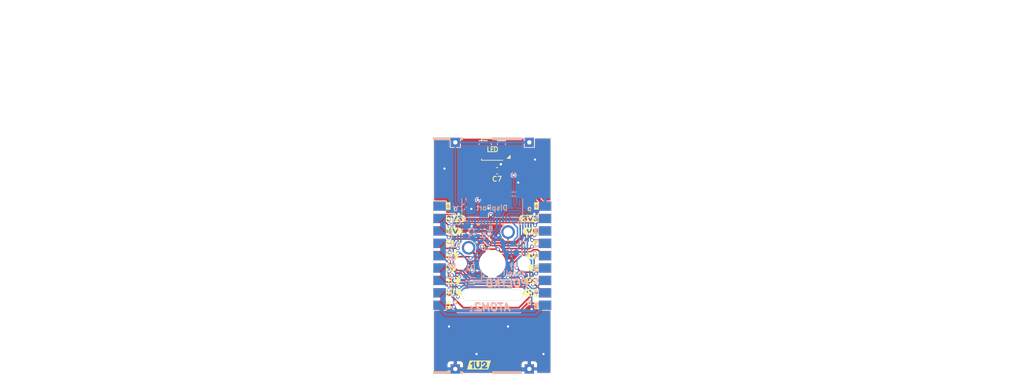
<source format=kicad_pcb>
(kicad_pcb (version 20211014) (generator pcbnew)
  (title_block (title "PolyKB Atom") (date "2022-02-01") (rev "2.1") (company "thpoll"))
  (layers (0 "F.Cu" signal) (31 "B.Cu" signal) (34 "B.Paste" user) (35 "F.Paste" user) (36 "B.SilkS" user "B.Silkscreen") (37 "F.SilkS" user "F.Silkscreen") (38 "B.Mask" user) (39 "F.Mask" user) (44 "Edge.Cuts" user))
  (net 0 "")
  (net 1 "/Keyboard/sheet605ED2EB/GND")
  (net 2 "/Keyboard/sheet605ED2EB/3V3")
  (net 3 "/Keyboard/sheet605ED2EB/4V2")
  (net 4 "Net-(C4-Pad1)")
  (net 5 "Net-(C5-Pad2)")
  (net 6 "Net-(C5-Pad1)")
  (net 7 "Net-(C6-Pad2)")
  (net 8 "Net-(C6-Pad1)")
  (net 9 "/Keyboard/sheet605ED2EB/CS")
  (net 10 "/Keyboard/sheet605ED2EB/RESET")
  (net 11 "/Keyboard/sheet605ED2EB/D-C")
  (net 12 "/Keyboard/sheet605ED2EB/SCLK")
  (net 13 "/Keyboard/sheet605ED2EB/SDIN")
  (net 14 "/Keyboard/sheet605ED2EB/LED_DIN")
  (net 15 "/Keyboard/sheet605ED2EB/5V")
  (net 16 "Net-(D1-Pad2)")
  (net 17 "/Keyboard/sheet605ED2EB/KeyRow")
  (net 18 "/Keyboard/sheet605ED2EB/KeyCol")
  (net 19 "CS8")
  (net 20 "CS7")
  (net 21 "CS6")
  (net 22 "CS5")
  (net 23 "CS4")
  (net 24 "CS3")
  (net 25 "CS2")
  (net 26 "CS1")
  (net 27 "Net-(C1-Pad1)")
  (footprint "poly_kb:AtomConnect2" (layer "F.Cu") (at 93.218 63.6778 -90)
    (fp_text reference "J3" hide)
    (fp_text value "WestFront")
  )
  (footprint "poly_kb:AtomConnect2" (layer "F.Cu") (at 110.236 63.6778 -90)
    (fp_text reference "J4" hide)
    (fp_text value "EastFront")
  )
  (footprint "poly_kb:WS2812B-Mini" (layer "F.Cu") (at 101.727 46.5328)
    (fp_text reference "LED1" hide)
    (fp_text value "WS2812B-Mini")
  )
  (footprint "poly_kb:SW_Cherry_MX_1.00u_PCB_NoSilk" (layer "F.Cu") (at 104.267 59.8678)
    (fp_text reference "SW1" hide)
    (fp_text value "SW_Push")
  )
  (footprint "poly_kb:TestPoin_1.5x1.5mm_Drill0.7mm" (layer "F.Cu") (at 107.696 45.3898)
    (fp_text reference "J2" hide)
    (fp_text value "North")
  )
  (footprint "poly_kb:TestPoin_1.5x1.5mm_Drill0.7mm" (layer "F.Cu") (at 95.758 45.3898)
    (fp_text reference "J8" hide)
    (fp_text value "North2")
  )
  (footprint "poly_kb:TestPoin_1.5x1.5mm_Drill0.7mm" (layer "F.Cu") (at 107.696 81.9658)
    (fp_text reference "J9" hide)
    (fp_text value "South2")
  )
  (footprint "poly_kb:TestPoin_1.5x1.5mm_Drill0.7mm" (layer "F.Cu") (at 95.758 81.9658)
    (fp_text reference "J7" hide)
    (fp_text value "South")
  )
  (footprint "kibuzzard-61EFD908" (layer "F.Cu") (at 94.615 71.7042)
    (fp_text reference "kibuzzard-61EFD908" hide)
    (fp_text value "G***" hide)
  )
  (footprint "Capacitor_SMD:C_0603_1608Metric" (layer "F.Cu") (at 102.489 49.9618)
    (fp_text reference "C7")
    (fp_text value "100nF")
  )
  (footprint "kibuzzard-61EFBE87" (layer "F.Cu") (at 96.0374 59.7154)
    (fp_text reference "kibuzzard-61EFBE87" hide)
    (fp_text value "G***" hide)
  )
  (footprint "kibuzzard-61EFDAC6" (layer "F.Cu") (at 108.7882 61.6966)
    (fp_text reference "kibuzzard-61EFDAC6" hide)
    (fp_text value "G***" hide)
  )
  (footprint "kibuzzard-61EFBE2C" (layer "F.Cu") (at 95.4278 67.691)
    (fp_text reference "kibuzzard-61EFBE2C" hide)
    (fp_text value "G***" hide)
  )
  (footprint "kibuzzard-61EFD947" (layer "F.Cu") (at 108.839 55.6514)
    (fp_text reference "kibuzzard-61EFD947" hide)
    (fp_text value "G***" hide)
  )
  (footprint "kibuzzard-61EFA8F1" (layer "F.Cu") (at 107.9246 69.6722)
    (fp_text reference "kibuzzard-61EFA8F1" hide)
    (fp_text value "G***" hide)
  )
  (footprint "kibuzzard-61EFDAA0" (layer "F.Cu") (at 94.9706 61.6966)
    (fp_text reference "kibuzzard-61EFDAA0" hide)
    (fp_text value "G***" hide)
  )
  (footprint "kibuzzard-61EFD7F9" (layer "F.Cu") (at 108.3818 65.659)
    (fp_text reference "kibuzzard-61EFD7F9" hide)
    (fp_text value "G***" hide)
  )
  (footprint "kibuzzard-61EFD863" (layer "F.Cu") (at 107.6198 57.6834)
    (fp_text reference "kibuzzard-61EFD863" hide)
    (fp_text value "G***" hide)
  )
  (footprint "kibuzzard-61EFD879" (layer "F.Cu") (at 95.844 57.6906)
    (fp_text reference "kibuzzard-61EFD879" hide)
    (fp_text value "G***" hide)
  )
  (footprint "kibuzzard-61EFD908" (layer "F.Cu") (at 108.839 71.7042)
    (fp_text reference "kibuzzard-61EFD908" hide)
    (fp_text value "G***" hide)
  )
  (footprint "kibuzzard-61EFACF9" (layer "F.Cu") (at 107.4166 59.7154)
    (fp_text reference "kibuzzard-61EFACF9" hide)
    (fp_text value "G***" hide)
  )
  (footprint "kibuzzard-61EFDAEE" (layer "F.Cu") (at 95.254239 63.677507)
    (fp_text reference "kibuzzard-61EFDAEE" hide)
    (fp_text value "G***" hide)
  )
  (footprint "kibuzzard-61EFBE21" (layer "F.Cu") (at 95.0722 65.659)
    (fp_text reference "kibuzzard-61EFBE21" hide)
    (fp_text value "G***" hide)
  )
  (footprint "kibuzzard-61EFABBF" (layer "F.Cu") (at 108.0262 67.691)
    (fp_text reference "kibuzzard-61EFABBF" hide)
    (fp_text value "G***" hide)
  )
  (footprint "kibuzzard-61EFD947" (layer "F.Cu") (at 94.615 55.6514)
    (fp_text reference "kibuzzard-61EFD947" hide)
    (fp_text value "G***" hide)
  )
  (footprint "kibuzzard-61EFBE3D" (layer "F.Cu") (at 95.5294 69.6722)
    (fp_text reference "kibuzzard-61EFBE3D" hide)
    (fp_text value "G***" hide)
  )
  (footprint "kibuzzard-61EFAA6D" (layer "F.Cu") (at 108.2294 63.6778)
    (fp_text reference "kibuzzard-61EFAA6D" hide)
    (fp_text value "G***" hide)
  )
  (footprint "kibuzzard-620B769A" (layer "F.Cu") (at 99.568 81.3308)
    (fp_text reference "kibuzzard-620B769A" hide)
    (fp_text value "G***" hide)
  )
  (footprint "Capacitor_SMD:C_0603_1608Metric" (layer "B.Cu") (at 104.802 63.2528 180)
    (fp_text reference "C1")
    (fp_text value "2.2uF")
  )
  (footprint "Capacitor_SMD:C_0603_1608Metric" (layer "B.Cu") (at 97.409 59.8046 90)
    (fp_text reference "C2")
    (fp_text value "2.2uF")
  )
  (footprint "Capacitor_SMD:C_0402_1005Metric" (layer "B.Cu") (at 95.123 56.9468 90)
    (fp_text reference "C3" hide)
    (fp_text value "1uF")
  )
  (footprint "Capacitor_SMD:C_0603_1608Metric" (layer "B.Cu") (at 104.302 61.7528 180)
    (fp_text reference "C4")
    (fp_text value "4.7uF")
  )
  (footprint "Capacitor_SMD:C_0402_1005Metric" (layer "B.Cu") (at 99.4918 60.0176 90)
    (fp_text reference "C5")
    (fp_text value "1uF")
  )
  (footprint "Capacitor_SMD:C_0402_1005Metric" (layer "B.Cu") (at 100.457 61.3918)
    (fp_text reference "C6")
    (fp_text value "1uF")
  )
  (footprint "poly_kb:D_SOD-323Ext" (layer "B.Cu") (at 98.425 66.9528 180)
    (fp_text reference "D1")
    (fp_text value "D_Small")
  )
  (footprint "poly_kb:FPC_16_JUSHUO_AFC05_S16FIA_00" (layer "B.Cu") (at 101.727 57.9628)
    (fp_text reference "J1" hide)
    (fp_text value "Conn_01x16")
  )
  (footprint "poly_kb:AtomConnect2" (layer "B.Cu") (at 110.236 63.6778 -90)
    (fp_text reference "J6" hide)
    (fp_text value "EastBack")
  )
  (footprint "poly_kb:AtomConnectCS" (layer "B.Cu") (at 93.218 63.6778 -90)
    (fp_text reference "J5" hide)
    (fp_text value "WestBack")
  )
  (footprint "Resistor_SMD:R_0402_1005Metric" (layer "B.Cu") (at 95.602 60.3906 -90)
    (fp_text reference "R1")
    (fp_text value "1M")
  )
  (gr_poly (pts (xy 106.4895 82.7532) (xy 101.727 82.7532) (xy 101.727 82.3214) (xy 106.4895 82.3214)) (layer "B.SilkS") (width 0) (fill solid))
  (gr_poly (pts (xy 94.9706 45.0358) (xy 92.1766 45.0358) (xy 92.1766 44.6024) (xy 94.9706 44.6024)) (layer "B.SilkS") (width 0) (fill solid))
  (gr_poly (pts (xy 96.9645 45.0358) (xy 96.5454 45.0358) (xy 96.5454 44.6024) (xy 96.9645 44.6024)) (layer "B.SilkS") (width 0) (fill solid))
  (gr_poly (pts (xy 96.9645 82.7532) (xy 96.5454 82.7532) (xy 96.5454 82.3341) (xy 96.9645 82.3341)) (layer "B.SilkS") (width 0) (fill solid))
  (gr_poly (pts (xy 94.9706 82.7532) (xy 92.202 82.7532) (xy 92.202 82.313864) (xy 94.9706 82.313864)) (layer "B.SilkS") (width 0) (fill solid))
  (gr_line (start 108.839 55.3466) (end 108.839 55.7022) (layer "B.SilkS") (width 0.12))
  (gr_line (start 95.123 63.4238) (end 95.123 59.3598) (layer "B.SilkS") (width 0.12))
  (gr_line (start 103.502 58.4778) (end 103.502 58.9278) (layer "B.SilkS") (width 0.12))
  (gr_line (start 94.615 66.7258) (end 95.123 66.7258) (layer "B.SilkS") (width 0.12))
  (gr_line (start 103.327 58.7528) (end 103.677 58.7528) (layer "B.SilkS") (width 0.12))
  (gr_line (start 94.615 55.3466) (end 94.615 55.7022) (layer "B.SilkS") (width 0.12))
  (gr_line (start 95.123 69.5198) (end 94.615 70.0278) (layer "B.SilkS") (width 0.12))
  (gr_line (start 94.615 55.7022) (end 94.361 55.7022) (layer "B.SilkS") (width 0.12))
  (gr_line (start 99.302 58.7528) (end 99.652 58.7528) (layer "B.SilkS") (width 0.12))
  (gr_line (start 108.7882 56.007) (end 108.8898 56.007) (layer "B.SilkS") (width 0.12))
  (gr_line (start 94.615 55.7022) (end 94.869 55.7022) (layer "B.SilkS") (width 0.12))
  (gr_line (start 99.402 58.7028) (end 99.552 58.7028) (layer "B.SilkS") (width 0.12))
  (gr_line (start 103.427 58.7028) (end 103.577 58.7028) (layer "B.SilkS") (width 0.12))
  (gr_line (start 99.477 58.4778) (end 99.302 58.7528) (layer "B.SilkS") (width 0.12))
  (gr_line (start 103.677 58.7528) (end 103.502 58.4778) (layer "B.SilkS") (width 0.12))
  (gr_line (start 108.839 55.7022) (end 109.093 55.7022) (layer "B.SilkS") (width 0.12))
  (gr_line (start 108.839 55.7022) (end 108.585 55.7022) (layer "B.SilkS") (width 0.12))
  (gr_poly (pts (xy 106.4895 45.0358) (xy 101.727 45.0358) (xy 101.727 44.6024) (xy 106.4895 44.6024)) (layer "B.SilkS") (width 0) (fill solid))
  (gr_line (start 94.4626 55.8546) (end 94.7674 55.8546) (layer "B.SilkS") (width 0.12))
  (gr_line (start 94.615 62.6618) (end 95.123 62.6618) (layer "B.SilkS") (width 0.12))
  (gr_line (start 99.652 58.7528) (end 99.477 58.4778) (layer "B.SilkS") (width 0.12))
  (gr_line (start 95.123 65.9638) (end 95.123 69.5198) (layer "B.SilkS") (width 0.12))
  (gr_line (start 103.502 58.4778) (end 103.327 58.7528) (layer "B.SilkS") (width 0.12))
  (gr_line (start 101.477 58.6528) (end 101.477 58.4778) (layer "B.SilkS") (width 0.12))
  (gr_line (start 95.123 59.3598) (end 94.615 58.8518) (layer "B.SilkS") (width 0.12))
  (gr_line (start 108.6866 55.8546) (end 108.9914 55.8546) (layer "B.SilkS") (width 0.12))
  (gr_line (start 99.477 58.4778) (end 99.477 58.9278) (layer "B.SilkS") (width 0.12))
  (gr_line (start 94.5642 56.007) (end 94.6658 56.007) (layer "B.SilkS") (width 0.12))
  (gr_poly (pts (xy 106.4895 45.0358) (xy 101.727 45.0358) (xy 101.727 44.6024) (xy 106.4895 44.6024)) (layer "F.SilkS") (width 0) (fill solid))
  (gr_line (start 94.7928 59.2582) (end 94.7928 59.309) (layer "F.SilkS") (width 0.12))
  (gr_line (start 108.2294 59.2074) (end 108.2294 60.2234) (layer "F.SilkS") (width 0.135))
  (gr_line (start 109.1438 59.2074) (end 109.1438 60.2234) (layer "F.SilkS") (width 0.135))
  (gr_line (start 108.712 59.309) (end 108.6612 59.309) (layer "F.SilkS") (width 0.12))
  (gr_line (start 108.712 59.2582) (end 108.712 59.309) (layer "F.SilkS") (width 0.12))
  (gr_line (start 95.0468 59.309) (end 95.0468 59.2074) (layer "F.SilkS") (width 0.12))
  (gr_line (start 108.4072 59.309) (end 108.4072 59.2074) (layer "F.SilkS") (width 0.12))
  (gr_line (start 94.3102 59.2074) (end 95.2754 59.2074) (layer "F.SilkS") (width 0.135))
  (gr_line (start 94.742 59.309) (end 94.742 59.2582) (layer "F.SilkS") (width 0.12))
  (gr_line (start 95.1992 59.309) (end 95.0468 59.309) (layer "F.SilkS") (width 0.12))
  (gr_line (start 95.2754 60.2234) (end 94.3102 60.2234) (layer "F.SilkS") (width 0.135))
  (gr_line (start 94.361 59.309) (end 94.488 59.309) (layer "F.SilkS") (width 0.12))
  (gr_line (start 108.458 59.563) (end 108.9152 59.563) (layer "F.SilkS") (width 0.12))
  (gr_line (start 94.3102 59.2074) (end 94.3102 60.2234) (layer "F.SilkS") (width 0.135))
  (gr_line (start 109.1184 59.309) (end 108.966 59.309) (layer "F.SilkS") (width 0.12))
  (gr_poly (pts (xy 96.9645 45.0358) (xy 96.5454 45.0358) (xy 96.5454 44.6024) (xy 96.9645 44.6024)) (layer "F.SilkS") (width 0) (fill solid))
  (gr_line (start 94.5388 59.563) (end 94.996 59.563) (layer "F.SilkS") (width 0.12))
  (gr_line (start 94.5388 59.9694) (end 94.996 59.9694) (layer "F.SilkS") (width 0.12))
  (gr_poly (pts (xy 94.9706 45.0358) (xy 92.1766 45.0358) (xy 92.1766 44.6024) (xy 94.9706 44.6024)) (layer "F.SilkS") (width 0) (fill solid))
  (gr_line (start 108.9152 59.7662) (end 108.458 59.7662) (layer "F.SilkS") (width 0.12))
  (gr_line (start 108.966 59.309) (end 108.966 59.2074) (layer "F.SilkS") (width 0.12))
  (gr_line (start 94.7928 59.309) (end 94.742 59.309) (layer "F.SilkS") (width 0.12))
  (gr_line (start 109.1438 60.2234) (end 108.1786 60.2234) (layer "F.SilkS") (width 0.135))
  (gr_line (start 108.2802 59.309) (end 108.4072 59.309) (layer "F.SilkS") (width 0.12))
  (gr_line (start 94.996 59.7662) (end 94.5388 59.7662) (layer "F.SilkS") (width 0.12))
  (gr_poly (pts (xy 96.9645 82.7532) (xy 96.5454 82.7532) (xy 96.5454 82.3468) (xy 96.9645 82.3468)) (layer "F.SilkS") (width 0) (fill solid))
  (gr_line (start 94.488 59.309) (end 94.488 59.2074) (layer "F.SilkS") (width 0.12))
  (gr_poly (pts (xy 106.4895 82.7532) (xy 101.727 82.7532) (xy 101.727 82.3468) (xy 106.4895 82.3468)) (layer "F.SilkS") (width 0) (fill solid))
  (gr_line (start 108.458 59.9694) (end 108.9152 59.9694) (layer "F.SilkS") (width 0.12))
  (gr_line (start 95.2246 59.2074) (end 95.2246 60.2234) (layer "F.SilkS") (width 0.135))
  (gr_line (start 108.6612 59.309) (end 108.6612 59.2582) (layer "F.SilkS") (width 0.12))
  (gr_line (start 108.1786 59.2074) (end 109.1438 59.2074) (layer "F.SilkS") (width 0.135))
  (gr_poly (pts (xy 94.9706 82.7532) (xy 92.1766 82.7532) (xy 92.1766 82.3468) (xy 94.9706 82.3468)) (layer "F.SilkS") (width 0) (fill solid))
  (gr_line (start 111.252 44.6278) (end 92.202 44.6278) (layer "Edge.Cuts") (width 0.05))
  (gr_line (start 92.202 44.6278) (end 92.202 82.7278) (layer "Edge.Cuts") (width 0.05))
  (gr_line (start 111.252 44.6278) (end 111.252 82.7278) (layer "Edge.Cuts") (width 0.05))
  (gr_line (start 111.252 82.7278) (end 92.202 82.7278) (layer "Edge.Cuts") (width 0.05))
  (gr_arc (start 105.718 69.1388) (mid 106.607 70.0278) (end 105.718 70.9168) (layer "Edge.Cuts") (width 0.05))
  (gr_line (start 105.718 69.1388) (end 97.736 69.1388) (layer "Edge.Cuts") (width 0.05))
  (gr_arc (start 97.736 70.9168) (mid 96.847 70.0278) (end 97.736 69.1388) (layer "Edge.Cuts") (width 0.05))
  (gr_line (start 105.718 70.9168) (end 97.736 70.9168) (layer "Edge.Cuts") (width 0.05))
  (gr_text "ATOM2" (at 101.7778 71.9963) (layer "B.SilkS") (effects (font (size 1.2 1.2) (thickness 0.3) italic) (justify mirror)))
  (gr_text "1" (at 108.839 57.7088) (layer "B.SilkS") (effects (font (size 0.8 0.8) (thickness 0.153)) (justify mirror)))
  (gr_text "c" (at 95.7834 71.12) (layer "B.SilkS") (effects (font (size 0.8 0.8) (thickness 0.153)) (justify mirror)))
  (gr_text "c" (at 107.7214 71.1454) (layer "B.SilkS") (effects (font (size 0.8 0.8) (thickness 0.153)) (justify mirror)))
  (gr_text "c" (at 95.7834 56.0578) (layer "B.SilkS") (effects (font (size 0.8 0.8) (thickness 0.153)) (justify mirror)))
  (gr_text ".1" (at 98.5012 72.2503) (layer "B.SilkS") (effects (font (size 0.8 0.8) (thickness 0.153)) (justify mirror)))
  (gr_text "4" (at 108.839 63.741299) (layer "B.SilkS") (effects (font (size 0.8 0.8) (thickness 0.153)) (justify mirror)))
  (gr_text "POLYKB" (at 104.14 68.1482) (layer "B.SilkS") (effects (font (size 1.2 1.2) (thickness 0.3) italic) (justify mirror)))
  (gr_text "." (at 100.302 66.5028) (layer "B.SilkS") (effects (font (size 1.2 1.2) (thickness 0.25)) (justify mirror)))
  (gr_text "2" (at 108.839 59.719633) (layer "B.SilkS") (effects (font (size 0.8 0.8) (thickness 0.153)) (justify mirror)))
  (gr_text "5" (at 108.839 65.752132) (layer "B.SilkS") (effects (font (size 0.8 0.8) (thickness 0.153)) (justify mirror)))
  (gr_text "6" (at 108.839 67.762965) (layer "B.SilkS") (effects (font (size 0.8 0.8) (thickness 0.153)) (justify mirror)))
  (gr_text "by\nthpoll" (at 105.156 65.8368) (layer "B.SilkS") (effects (font (size 0.8 0.8)) (justify mirror)))
  (gr_text "8" (at 101.477 59.3278) (layer "B.SilkS") (effects (font (size 0.8 0.8) (thickness 0.153)) (justify mirror)))
  (gr_text "16" (at 106.527 58.2778) (layer "B.SilkS") (effects (font (size 0.8 0.8) (thickness 0.153)) (justify mirror)))
  (gr_text "C3" (at 95.952 58.3278) (layer "B.SilkS") (effects (font (size 0.8 0.8)) (justify mirror)))
  (gr_text "c" (at 107.7214 56.0578) (layer "B.SilkS") (effects (font (size 0.8 0.8) (thickness 0.153)) (justify mirror)))
  (gr_text "DispPort" (at 101.6762 55.9562) (layer "B.SilkS") (effects (font (size 0.8 0.8) (thickness 0.153)) (justify mirror)))
  (gr_text "3" (at 108.839 61.730466) (layer "B.SilkS") (effects (font (size 0.8 0.8) (thickness 0.153)) (justify mirror)))
  (gr_text "CS" (at 95.123 64.6938 270) (layer "B.SilkS") (effects (font (size 1 1.2) (thickness 0.25)) (justify mirror)))
  (gr_text "." (at 97.352 57.5278) (layer "B.SilkS") (effects (font (size 1.2 1.2) (thickness 0.25)) (justify mirror)))
  (gr_text "8" (at 108.839 71.755) (layer "B.SilkS") (effects (font (size 0.8 0.8) (thickness 0.153)) (justify mirror)))
  (gr_text "7" (at 108.839 69.7738) (layer "B.SilkS") (effects (font (size 0.8 0.8) (thickness 0.153)) (justify mirror)))
  (gr_text "c" (at 95.7326 71.0946) (layer "F.SilkS") (effects (font (size 0.8 0.8) (thickness 0.153))))
  (gr_text "c" (at 107.7214 56.0578) (layer "F.SilkS") (effects (font (size 0.8 0.8) (thickness 0.153))))
  (gr_text "c" (at 107.6706 71.1454) (layer "F.SilkS") (effects (font (size 0.8 0.8) (thickness 0.153))))
  (gr_text "E" (at 101.727 46.5328) (layer "F.SilkS") (effects (font (size 0.8 0.8))))
  (gr_text "D" (at 102.3112 46.5328) (layer "F.SilkS") (effects (font (size 0.8 0.8))))
  (gr_text "L" (at 101.1428 46.5328) (layer "F.SilkS") (effects (font (size 0.8 0.8))))
  (gr_text "c" (at 95.7834 56.0578) (layer "F.SilkS") (effects (font (size 0.8 0.8) (thickness 0.153))))
  (segment (start 98.407521 56.0578) (end 98.34306 56.122261) (width 0.5) (layer "F.Cu") (net 1))
  (segment (start 101.092 56.0578) (end 98.407521 56.0578) (width 0.5) (layer "F.Cu") (net 1))
  (segment (start 95.662917 58.91646) (end 95.585745 58.993632) (width 0.2921) (layer "F.Cu") (net 1))
  (segment (start 103.102 48.9228) (end 103.102 49.7998) (width 0.5) (layer "F.Cu") (net 1))
  (segment (start 101.490858 56.0578) (end 102.581996 57.148938) (width 0.5) (layer "F.Cu") (net 1))
  (segment (start 103.102 47.4328) (end 103.092 47.4228) (width 0.5) (layer "F.Cu") (net 1))
  (segment (start 98.405358 58.91646) (end 95.662917 58.91646) (width 0.2921) (layer "F.Cu") (net 1))
  (segment (start 102.581996 57.148938) (end 108.305862 57.148938) (width 0.5) (layer "F.Cu") (net 1))
  (segment (start 101.092 56.0578) (end 101.490858 56.0578) (width 0.5) (layer "F.Cu") (net 1))
  (segment (start 98.405358 58.91646) (end 101.21566 58.91646) (width 0.2921) (layer "F.Cu") (net 1))
  (segment (start 101.21566 58.91646) (end 102.702 60.4028) (width 0.2921) (layer "F.Cu") (net 1))
  (segment (start 97.640496 56.824825) (end 98.34306 56.122261) (width 0.5) (layer "F.Cu") (net 1))
  (segment (start 96.503206 56.824825) (end 97.640496 56.824825) (width 0.5) (layer "F.Cu") (net 1))
  (segment (start 103.102 48.9228) (end 103.102 47.4328) (width 0.5) (layer "F.Cu") (net 1))
  (segment (start 103.102 49.7998) (end 103.264 49.9618) (width 0.5) (layer "F.Cu") (net 1))
  (segment (start 108.305862 57.148938) (end 108.502 56.9528) (width 0.5) (layer "F.Cu") (net 1))
  (via (at 99.202 61.5188) (size 0.6096) (drill 0.3556) (layers "F.Cu" "B.Cu") (net 1))
  (via (at 104.394 64.4652) (size 0.6096) (drill 0.3556) (layers "F.Cu" "B.Cu") (net 1))
  (via (at 101.092 56.0578) (size 0.6096) (drill 0.3556) (layers "F.Cu" "B.Cu") (net 1))
  (via (at 108.622 48.1628) (size 0.6096) (drill 0.3556) (layers "F.Cu" "B.Cu") (net 1))
  (via (at 98.405358 58.91646) (size 0.6096) (drill 0.3556) (layers "F.Cu" "B.Cu") (net 1))
  (via (at 108.502 56.9528) (size 0.8) (drill 0.4) (layers "F.Cu" "B.Cu") (net 1))
  (via (at 94.012 49.6228) (size 0.6096) (drill 0.3556) (layers "F.Cu" "B.Cu") (net 1))
  (via (at 103.102 48.9228) (size 0.8) (drill 0.4) (layers "F.Cu" "B.Cu") (net 1))
  (via (at 105.902 51.8828) (size 0.6096) (drill 0.3556) (layers "F.Cu" "B.Cu") (net 1))
  (via (at 102.702 60.4028) (size 0.6096) (drill 0.3556) (layers "F.Cu" "B.Cu") (net 1))
  (via (at 98.34306 56.122261) (size 0.6096) (drill 0.3556) (layers "F.Cu" "B.Cu") (net 1))
  (via (at 95.607733 58.996357) (size 0.6096) (drill 0.3556) (layers "F.Cu" "B.Cu") (net 1))
  (via (at 96.302 56.9528) (size 0.8) (drill 0.4) (layers "F.Cu" "B.Cu") (net 1))
  (via (at 99.314 66.0908) (size 0.6096) (drill 0.3556) (layers "F.Cu" "B.Cu") (net 1))
  (segment (start 102.702 60.7528) (end 102.702 60.4028) (width 0.5) (layer "B.Cu") (net 1))
  (segment (start 103.527 61.6458) (end 103.527 61.5778) (width 0.5) (layer "B.Cu") (net 1))
  (segment (start 98.452 60.7838) (end 99.187 61.5188) (width 0.2921) (layer "B.Cu") (net 1))
  (segment (start 108.502 56.9528) (end 110.236 55.2188) (width 0.5) (layer "B.Cu") (net 1))
  (segment (start 106.002 49.2628) (end 103.442 49.2628) (width 0.5) (layer "B.Cu") (net 1))
  (segment (start 93.472 55.6778) (end 93.979 56.1848) (width 0.5) (layer "B.Cu") (net 1))
  (segment (start 96.252 57.5528) (end 96.252 57.0028) (width 0.2921) (layer "B.Cu") (net 1))
  (segment (start 109.982 55.6778) (end 109.777 55.6778) (width 0.5) (layer "B.Cu") (net 1))
  (segment (start 95.23199 56.1848) (end 95.863181 56.1848) (width 0.5) (layer "B.Cu") (net 1))
  (segment (start 103.527 61.5778) (end 102.702 60.7528) (width 0.5) (layer "B.Cu") (net 1))
  (segment (start 103.5242 62.681) (end 103.5242 61.6458) (width 0.5) (layer "B.Cu") (net 1))
  (segment (start 95.702 58.1028) (end 96.252 57.5528) (width 0.2921) (layer "B.Cu") (net 1))
  (segment (start 96.252 57.0028) (end 96.302 56.9528) (width 0.2921) (layer "B.Cu") (net 1))
  (segment (start 98.977 58.4778) (end 98.53834 58.91646) (width 0.2921) (layer "B.Cu") (net 1))
  (segment (start 96.302 56.623619) (end 96.302 56.9528) (width 0.5) (layer "B.Cu") (net 1))
  (segment (start 97.409 58.8388) (end 97.61881 58.8388) (width 0.2921) (layer "B.Cu") (net 1))
  (segment (start 97.977 57.9628) (end 97.977 58.48061) (width 0.2921) (layer "B.Cu") (net 1))
  (segment (start 98.452 58.963102) (end 98.452 60.7838) (width 0.2921) (layer "B.Cu") (net 1))
  (segment (start 95.23199 56.1848) (end 95.23199 56.35781) (width 0.5) (layer "B.Cu") (net 1))
  (segment (start 97.977 58.48061) (end 98.405358 58.908968) (width 0.2921) (layer "B.Cu") (net 1))
  (segment (start 95.23199 56.35781) (end 95.123 56.4668) (width 0.5) (layer "B.Cu") (net 1))
  (segment (start 98.405358 58.91646) (end 98.452 58.963102) (width 0.2921) (layer "B.Cu") (net 1))
  (segment (start 109.777 55.6778) (end 108.502 56.9528) (width 0.5) (layer "B.Cu") (net 1))
  (segment (start 98.53834 58.91646) (end 98.405358 58.91646) (width 0.2921) (layer "B.Cu") (net 1))
  (segment (start 110.236 55.2188) (end 110.236 53.4968) (width 0.5) (layer "B.Cu") (net 1))
  (segment (start 104.013 63.1698) (end 103.5242 62.681) (width 0.5) (layer "B.Cu") (net 1))
  (segment (start 95.863181 56.1848) (end 96.302 56.623619) (width 0.5) (layer "B.Cu") (net 1))
  (segment (start 110.236 53.4968) (end 106.002 49.2628) (width 0.5) (layer "B.Cu") (net 1))
  (segment (start 103.442 49.2628) (end 103.102 48.9228) (width 0.5) (layer "B.Cu") (net 1))
  (segment (start 95.585745 58.993632) (end 95.702 58.877377) (width 0.2921) (layer "B.Cu") (net 1))
  (segment (start 98.405358 58.908968) (end 98.405358 58.91646) (width 0.2921) (layer "B.Cu") (net 1))
  (segment (start 97.61881 58.8388) (end 97.977 58.48061) (width 0.2921) (layer "B.Cu") (net 1))
  (segment (start 93.979 56.1848) (end 95.23199 56.1848) (width 0.5) (layer "B.Cu") (net 1))
  (segment (start 95.702 58.877377) (end 95.702 58.1028) (width 0.2921) (layer "B.Cu") (net 1))
  (segment (start 98.977 57.9628) (end 98.977 58.4778) (width 0.2921) (layer "B.Cu") (net 1))
  (segment (start 93.585251 57.6778) (end 94.842315 58.934864) (width 0.25) (layer "F.Cu") (net 2))
  (segment (start 101.473 57.0738) (end 101.473 57.5818) (width 0.5) (layer "F.Cu") (net 2))
  (segment (start 101.618511 57.727311) (end 101.327489 57.727311) (width 0.5) (layer "F.Cu") (net 2))
  (segment (start 101.473 57.5818) (end 101.327489 57.727311) (width 0.5) (layer "F.Cu") (net 2))
  (segment (start 93.218 57.6778) (end 93.7244 57.1714) (width 0.5) (layer "F.Cu") (net 2))
  (segment (start 93.472 57.6778) (end 93.6696 57.4802) (width 0.5) (layer "F.Cu") (net 2))
  (segment (start 93.218 57.6778) (end 93.585251 57.6778) (width 0.25) (layer "F.Cu") (net 2))
  (segment (start 101.473 57.5818) (end 101.618511 57.727311) (width 0.5) (layer "F.Cu") (net 2))
  (segment (start 93.7244 57.1714) (end 94.869 57.1714) (width 0.5) (layer "F.Cu") (net 2))
  (segment (start 94.926892 57.229292) (end 95.491142 57.229292) (width 0.5) (layer "F.Cu") (net 2))
  (segment (start 110.112951 57.800849) (end 96.015989 57.800849) (width 0.5) (layer "F.Cu") (net 2))
  (segment (start 95.491142 57.276002) (end 95.491142 57.229292) (width 0.5) (layer "F.Cu") (net 2))
  (segment (start 94.869 57.1714) (end 94.926892 57.229292) (width 0.5) (layer "F.Cu") (net 2))
  (segment (start 93.709316 57.186484) (end 93.218 57.6778) (width 0.3) (layer "F.Cu") (net 2))
  (segment (start 101.327489 57.727311) (end 101.277489 57.777311) (width 0.5) (layer "F.Cu") (net 2))
  (segment (start 110.236 57.6778) (end 110.112951 57.800849) (width 0.5) (layer "F.Cu") (net 2))
  (segment (start 96.015989 57.800849) (end 95.491142 57.276002) (width 0.5) (layer "F.Cu") (net 2))
  (via (at 94.842315 58.934864) (size 0.6096) (drill 0.3556) (layers "F.Cu" "B.Cu") (net 2))
  (via (at 101.473 57.0738) (size 0.6096) (drill 0.3556) (layers "F.Cu" "B.Cu") (net 2))
  (via (at 95.491142 57.229292) (size 0.6096) (drill 0.3556) (layers "F.Cu" "B.Cu") (net 2))
  (segment (start 95.267846 59.8806) (end 94.842315 59.455069) (width 0.25) (layer "B.Cu") (net 2))
  (segment (start 95.123 57.4268) (end 95.293634 57.4268) (width 0.3) (layer "B.Cu") (net 2))
  (segment (start 94.842315 59.455069) (end 94.842315 58.934864) (width 0.25) (layer "B.Cu") (net 2))
  (segment (start 95.293634 57.4268) (end 95.491142 57.229292) (width 0.3) (layer "B.Cu") (net 2))
  (segment (start 101.977 57.9628) (end 101.977 57.2778) (width 0.3) (layer "B.Cu") (net 2))
  (segment (start 101.773 57.0738) (end 101.473 57.0738) (width 0.3) (layer "B.Cu") (net 2))
  (segment (start 101.977 57.2778) (end 101.773 57.0738) (width 0.3) (layer "B.Cu") (net 2))
  (segment (start 95.644 59.8806) (end 95.267846 59.8806) (width 0.25) (layer "B.Cu") (net 2))
  (segment (start 105.5818 61.5528) (end 103.702 61.5528) (width 0.5) (layer "F.Cu") (net 3))
  (segment (start 103.258701 61.109501) (end 102.002089 61.109501) (width 0.5) (layer "F.Cu") (net 3))
  (segment (start 100.633388 59.7408) (end 101.128688 60.2361) (width 0.5) (layer "F.Cu") (net 3))
  (segment (start 107.4568 59.6778) (end 105.5818 61.5528) (width 0.5) (layer "F.Cu") (net 3))
  (segment (start 102.002089 61.109501) (end 101.128688 60.2361) (width 0.5) (layer "F.Cu") (net 3))
  (segment (start 97.752 59.8044) (end 97.752 60.0028) (width 0.5) (layer "F.Cu") (net 3))
  (segment (start 93.281 59.7408) (end 100.633388 59.7408) (width 0.5) (layer "F.Cu") (net 3))
  (segment (start 109.982 59.6778) (end 107.4568 59.6778) (width 0.5) (layer "F.Cu") (net 3))
  (segment (start 93.218 59.6778) (end 93.281 59.7408) (width 0.5) (layer "F.Cu") (net 3))
  (segment (start 103.702 61.5528) (end 103.258701 61.109501) (width 0.5) (layer "F.Cu") (net 3))
  (via (at 101.128688 60.2361) (size 0.6096) (drill 0.3556) (layers "F.Cu" "B.Cu") (net 3))
  (via (at 97.752 60.0028) (size 0.6096) (drill 0.3556) (layers "F.Cu" "B.Cu") (net 3))
  (segment (start 101.477 57.9628) (end 101.477 59.571705) (width 0.3) (layer "B.Cu") (net 3))
  (segment (start 101.128688 59.920017) (end 101.128688 60.2361) (width 0.3) (layer "B.Cu") (net 3))
  (segment (start 97.409 60.3888) (end 97.752 60.0458) (width 0.3) (layer "B.Cu") (net 3))
  (segment (start 97.752 60.0458) (end 97.752 60.0028) (width 0.3) (layer "B.Cu") (net 3))
  (segment (start 101.477 59.571705) (end 101.128688 59.920017) (width 0.3) (layer "B.Cu") (net 3))
  (segment (start 104.977 58.3486) (end 104.977 57.9628) (width 0.254) (layer "B.Cu") (net 4))
  (segment (start 105.794 60.598892) (end 105.794 59.1656) (width 0.254) (layer "B.Cu") (net 4))
  (segment (start 105.794 59.1656) (end 104.977 58.3486) (width 0.254) (layer "B.Cu") (net 4))
  (segment (start 105.296 61.096892) (end 105.794 60.598892) (width 0.254) (layer "B.Cu") (net 4))
  (segment (start 105.296 61.6458) (end 105.296 61.096892) (width 0.254) (layer "B.Cu") (net 4))
  (segment (start 99.4918 59.35762) (end 99.4918 59.5376) (width 0.254) (layer "B.Cu") (net 5))
  (segment (start 99.977 58.87242) (end 99.4918 59.35762) (width 0.254) (layer "B.Cu") (net 5))
  (segment (start 99.977 57.9628) (end 99.977 58.87242) (width 0.254) (layer "B.Cu") (net 5))
  (segment (start 99.477 58.64911) (end 98.90228 59.22383) (width 0.254) (layer "B.Cu") (net 6))
  (segment (start 98.90228 59.90808) (end 99.4918 60.4976) (width 0.254) (layer "B.Cu") (net 6))
  (segment (start 98.90228 59.22383) (end 98.90228 59.90808) (width 0.254) (layer "B.Cu") (net 6))
  (segment (start 99.477 57.9628) (end 99.477 58.64911) (width 0.254) (layer "B.Cu") (net 6))
  (segment (start 100.544987 60.999787) (end 100.937 61.3918) (width 0.254) (layer "B.Cu") (net 7))
  (segment (start 100.977 57.9628) (end 100.977 59.3826) (width 0.254) (layer "B.Cu") (net 7))
  (segment (start 100.977 59.3826) (end 100.544987 59.814613) (width 0.254) (layer "B.Cu") (net 7))
  (segment (start 100.544987 59.814613) (end 100.544987 60.999787) (width 0.254) (layer "B.Cu") (net 7))
  (segment (start 100.437099 59.070541) (end 100.12752 59.38012) (width 0.254) (layer "B.Cu") (net 8))
  (segment (start 100.477 57.9628) (end 100.437099 58.002701) (width 0.254) (layer "B.Cu") (net 8))
  (segment (start 100.12752 61.24128) (end 99.977 61.3918) (width 0.254) (layer "B.Cu") (net 8))
  (segment (start 100.12752 59.38012) (end 100.12752 61.24128) (width 0.254) (layer "B.Cu") (net 8))
  (segment (start 100.437099 58.002701) (end 100.437099 59.070541) (width 0.254) (layer "B.Cu") (net 8))
  (segment (start 96.202 63.2528) (end 94.952 63.2528) (width 0.254) (layer "F.Cu") (net 9))
  (segment (start 94.952 63.2528) (end 94.852 63.1528) (width 0.254) (layer "F.Cu") (net 9))
  (segment (start 95.458198 67.059304) (end 95.251694 66.8528) (width 0.254) (layer "F.Cu") (net 9))
  (segment (start 96.419094 67.059304) (end 95.458198 67.059304) (width 0.254) (layer "F.Cu") (net 9))
  (via (at 96.202 63.2528) (size 0.6096) (drill 0.3556) (layers "F.Cu" "B.Cu") (net 9))
  (via (at 95.251694 66.8528) (size 0.6096) (drill 0.3556) (layers "F.Cu" "B.Cu") (net 9))
  (via (at 94.852 63.1528) (size 0.6096) (drill 0.3556) (layers "F.Cu" "B.Cu") (net 9))
  (via (at 96.419094 67.059304) (size 0.6096) (drill 0.3556) (layers "F.Cu" "B.Cu") (net 9))
  (segment (start 95.340179 61.913081) (end 94.852 62.40126) (width 0.254) (layer "B.Cu") (net 9))
  (segment (start 98.53829 64.6938) (end 97.79 64.6938) (width 0.254) (layer "B.Cu") (net 9))
  (segment (start 95.602 60.9006) (end 95.602 61.354713) (width 0.254) (layer "B.Cu") (net 9))
  (segment (start 97.79 64.6938) (end 97.79 65.4812) (width 0.254) (layer "B.Cu") (net 9))
  (segment (start 102.477 59.178277) (end 101.712388 59.942889) (width 0.254) (layer "B.Cu") (net 9))
  (segment (start 98.043873 64.6938) (end 96.602873 63.2528) (width 0.254) (layer "B.Cu") (net 9))
  (segment (start 94.243 69.9028) (end 95.077479 69.9028) (width 0.254) (layer "B.Cu") (net 9))
  (segment (start 93.968 67.1778) (end 94.926694 67.1778) (width 0.254) (layer "B.Cu") (net 9))
  (segment (start 94.926694 67.1778) (end 95.251694 66.8528) (width 0.254) (layer "B.Cu") (net 9))
  (segment (start 95.385701 69.594578) (end 95.385701 67.008316) (width 0.254) (layer "B.Cu") (net 9))
  (segment (start 97.060251 66.210949) (end 96.698651 66.210949) (width 0.254) (layer "B.Cu") (net 9))
  (segment (start 95.385701 67.008316) (end 95.25 66.872615) (width 0.254) (layer "B.Cu") (net 9))
  (segment (start 97.79 65.4812) (end 97.060251 66.210949) (width 0.254) (layer "B.Cu") (net 9))
  (segment (start 93.968 70.1778) (end 94.243 69.9028) (width 0.254) (layer "B.Cu") (net 9))
  (segment (start 101.712388 59.942889) (end 101.712388 61.519702) (width 0.254) (layer "B.Cu") (net 9))
  (segment (start 95.340179 61.616532) (end 95.340179 61.913081) (width 0.254) (layer "B.Cu") (net 9))
  (segment (start 95.25 66.8528) (end 95.251694 66.8528) (width 0.254) (layer "B.Cu") (net 9))
  (segment (start 93.968 59.149142) (end 93.968 58.1778) (width 0.25) (layer "B.Cu") (net 9))
  (segment (start 95.602 60.783142) (end 93.968 59.149142) (width 0.25) (layer "B.Cu") (net 9))
  (segment (start 96.698651 66.210949) (end 96.419094 66.490506) (width 0.254) (layer "B.Cu") (net 9))
  (segment (start 93.976 63.1698) (end 94.835 63.1698) (width 0.254) (layer "B.Cu") (net 9))
  (segment (start 94.852 62.40126) (end 94.852 63.1528) (width 0.254) (layer "B.Cu") (net 9))
  (segment (start 96.602873 63.2528) (end 96.202 63.2528) (width 0.254) (layer "B.Cu") (net 9))
  (segment (start 95.602 60.9006) (end 95.602 60.783142) (width 0.25) (layer "B.Cu") (net 9))
  (segment (start 101.712388 61.519702) (end 98.53829 64.6938) (width 0.254) (layer "B.Cu") (net 9))
  (segment (start 102.477 57.9628) (end 102.477 59.178277) (width 0.254) (layer "B.Cu") (net 9))
  (segment (start 96.419094 66.490506) (end 96.419094 67.059304) (width 0.254) (layer "B.Cu") (net 9))
  (segment (start 94.835 63.1698) (end 94.852 63.1528) (width 0.254) (layer "B.Cu") (net 9))
  (segment (start 95.077479 69.9028) (end 95.385701 69.594578) (width 0.254) (layer "B.Cu") (net 9))
  (segment (start 95.602 61.354713) (end 95.340179 61.616532) (width 0.254) (layer "B.Cu") (net 9))
  (segment (start 96.098809 63.931133) (end 96.188663 63.841279) (width 0.254) (layer "F.Cu") (net 10))
  (segment (start 109.016199 62.711999) (end 108.431662 62.711999) (width 0.254) (layer "F.Cu") (net 10))
  (segment (start 108.379406 62.764255) (end 108.282929 62.764255) (width 0.254) (layer "F.Cu") (net 10))
  (segment (start 107.982873 63.064311) (end 103.06453 63.064311) (width 0.254) (layer "F.Cu") (net 10))
  (segment (start 108.431662 62.711999) (end 108.379406 62.764255) (width 0.254) (layer "F.Cu") (net 10))
  (segment (start 98.017679 63.841279) (end 98.2225 64.0461) (width 0.254) (layer "F.Cu") (net 10))
  (segment (start 108.282929 62.764255) (end 107.982873 63.064311) (width 0.254) (layer "F.Cu") (net 10))
  (segment (start 93.471333 63.931133) (end 96.098809 63.931133) (width 0.254) (layer "F.Cu") (net 10))
  (segment (start 109.982 63.6778) (end 109.016199 62.711999) (width 0.254) (layer "F.Cu") (net 10))
  (segment (start 100.474023 62.628023) (end 102.628242 62.628023) (width 0.254) (layer "F.Cu") (net 10))
  (segment (start 100.0506 62.2046) (end 100.474023 62.628023) (width 0.254) (layer "F.Cu") (net 10))
  (segment (start 96.188663 63.841279) (end 98.017679 63.841279) (width 0.254) (layer "F.Cu") (net 10))
  (segment (start 93.218 63.6778) (end 93.471333 63.931133) (width 0.254) (layer "F.Cu") (net 10))
  (segment (start 103.06453 63.064311) (end 102.628242 62.628023) (width 0.254) (layer "F.Cu") (net 10))
  (via (at 98.2225 64.0461) (size 0.6096) (drill 0.3556) (layers "F.Cu" "B.Cu") (net 10))
  (via (at 102.628242 62.628023) (size 0.6096) (drill 0.3556) (layers "F.Cu" "B.Cu") (net 10))
  (via (at 100.0506 62.2046) (size 0.6096) (drill 0.3556) (layers "F.Cu" "B.Cu") (net 10))
  (segment (start 102.118299 62.11808) (end 102.628242 62.628023) (width 0.254) (layer "B.Cu") (net 10))
  (segment (start 100.0506 62.44808) (end 98.45258 64.0461) (width 0.254) (layer "B.Cu") (net 10))
  (segment (start 102.118299 60.111022) (end 102.118299 62.11808) (width 0.254) (layer "B.Cu") (net 10))
  (segment (start 102.977 57.9628) (end 102.977 59.252321) (width 0.254) (layer "B.Cu") (net 10))
  (segment (start 102.977 59.252321) (end 102.118299 60.111022) (width 0.254) (layer "B.Cu") (net 10))
  (segment (start 98.45258 64.0461) (end 98.2225 64.0461) (width 0.254) (layer "B.Cu") (net 10))
  (segment (start 100.0506 62.2046) (end 100.0506 62.44808) (width 0.254) (layer "B.Cu") (net 10))
  (segment (start 94.943778 67.919099) (end 95.146291 68.121612) (width 0.254) (layer "F.Cu") (net 11))
  (segment (start 93.472 67.6778) (end 93.713299 67.919099) (width 0.254) (layer "F.Cu") (net 11))
  (segment (start 97.084152 68.121612) (end 97.69494 68.7324) (width 0.254) (layer "F.Cu") (net 11))
  (segment (start 107.033982 68.7324) (end 108.134035 67.632347) (width 0.254) (layer "F.Cu") (net 11))
  (segment (start 93.713299 67.919099) (end 94.943778 67.919099) (width 0.254) (layer "F.Cu") (net 11))
  (segment (start 108.565087 67.632347) (end 108.61054 67.6778) (width 0.254) (layer "F.Cu") (net 11))
  (segment (start 97.69494 68.7324) (end 107.033982 68.7324) (width 0.254) (layer "F.Cu") (net 11))
  (segment (start 108.61054 67.6778) (end 109.982 67.6778) (width 0.254) (layer "F.Cu") (net 11))
  (segment (start 108.134035 67.632347) (end 108.565087 67.632347) (width 0.254) (layer "F.Cu") (net 11))
  (segment (start 95.146291 68.121612) (end 97.084152 68.121612) (width 0.254) (layer "F.Cu") (net 11))
  (via (at 108.565086 67.632351) (size 0.6096) (drill 0.3556) (layers "F.Cu" "B.Cu") (net 11))
  (segment (start 108.245644 67.312904) (end 108.565087 67.632347) (width 0.254) (layer "B.Cu") (net 11))
  (segment (start 103.477 56.8478) (end 103.886 56.4388) (width 0.254) (layer "B.Cu") (net 11))
  (segment (start 107.512044 61.310528) (end 107.384044 61.438528) (width 0.254) (layer "B.Cu") (net 11))
  (segment (start 108.213588 66.728595) (end 108.245644 66.760651) (width 0.254) (layer "B.Cu") (net 11))
  (segment (start 107.384044 57.603518) (end 107.512044 57.731518) (width 0.254) (layer "B.Cu") (net 11))
  (segment (start 103.477 57.9628) (end 103.477 56.8478) (width 0.254) (layer "B.Cu") (net 11))
  (segment (start 103.886 56.4388) (end 106.220738 56.4388) (width 0.254) (layer "B.Cu") (net 11))
  (segment (start 107.384044 61.438528) (end 107.384044 63.198224) (width 0.254) (layer "B.Cu") (net 11))
  (segment (start 106.220738 56.4388) (end 107.384044 57.602107) (width 0.254) (layer "B.Cu") (net 11))
  (segment (start 108.213588 66.153432) (end 108.213588 66.728595) (width 0.254) (layer "B.Cu") (net 11))
  (segment (start 107.512044 57.731518) (end 107.512044 61.310528) (width 0.254) (layer "B.Cu") (net 11))
  (segment (start 108.473511 64.287691) (end 108.473511 65.893509) (width 0.254) (layer "B.Cu") (net 11))
  (segment (start 107.384044 63.198224) (end 108.473511 64.287691) (width 0.254) (layer "B.Cu") (net 11))
  (segment (start 108.473511 65.893509) (end 108.213588 66.153432) (width 0.254) (layer "B.Cu") (net 11))
  (segment (start 107.384044 57.602107) (end 107.384044 57.603518) (width 0.254) (layer "B.Cu") (net 11))
  (segment (start 108.245644 66.760651) (end 108.245644 67.312904) (width 0.254) (layer "B.Cu") (net 11))
  (segment (start 95.043778 70.069099) (end 97.059879 72.0852) (width 0.3) (layer "F.Cu") (net 12))
  (segment (start 93.863299 70.069099) (end 95.043778 70.069099) (width 0.3) (layer "F.Cu") (net 12))
  (segment (start 108.427 69.6778) (end 110.236 69.6778) (width 0.3) (layer "F.Cu") (net 12))
  (segment (start 106.0196 72.0852) (end 108.427 69.6778) (width 0.3) (layer "F.Cu") (net 12))
  (segment (start 93.472 69.6778) (end 93.863299 70.069099) (width 0.3) (layer "F.Cu") (net 12))
  (segment (start 108.64399 68.33979) (end 108.277757 68.33979) (width 0.254) (layer "F.Cu") (net 12))
  (segment (start 109.982 69.6778) (end 108.64399 68.33979) (width 0.254) (layer "F.Cu") (net 12))
  (segment (start 97.059879 72.0852) (end 106.0196 72.0852) (width 0.3) (layer "F.Cu") (net 12))
  (via (at 108.277762 68.339792) (size 0.6096) (drill 0.3556) (layers "F.Cu" "B.Cu") (net 12))
  (segment (start 106.954033 57.780223) (end 106.954033 57.780927) (width 0.254) (layer "B.Cu") (net 12))
  (segment (start 108.044 64.4656) (end 108.044 65.7156) (width 0.254) (layer "B.Cu") (net 12))
  (segment (start 108.044 65.7156) (end 107.784067 65.975533) (width 0.254) (layer "B.Cu") (net 12))
  (segment (start 107.816133 66.93856) (end 107.816133 67.709719) (width 0.254) (layer "B.Cu") (net 12))
  (segment (start 107.784067 65.975533) (end 107.784067 66.906494) (width 0.254) (layer "B.Cu") (net 12))
  (segment (start 106.954033 63.375633) (end 108.044 64.4656) (width 0.254) (layer "B.Cu") (net 12))
  (segment (start 106.042624 56.868811) (end 106.954033 57.780223) (width 0.254) (layer "B.Cu") (net 12))
  (segment (start 106.954033 57.780927) (end 107.082533 57.909427) (width 0.254) (layer "B.Cu") (net 12))
  (segment (start 107.082533 57.909427) (end 107.082533 61.132619) (width 0.254) (layer "B.Cu") (net 12))
  (segment (start 104.344989 56.868811) (end 106.042624 56.868811) (width 0.254) (layer "B.Cu") (net 12))
  (segment (start 106.954033 61.261119) (end 106.954033 63.375633) (width 0.254) (layer "B.Cu") (net 12))
  (segment (start 107.816133 67.709719) (end 108.277757 68.171343) (width 0.254) (layer "B.Cu") (net 12))
  (segment (start 108.277757 68.171343) (end 108.277757 68.33979) (width 0.254) (layer "B.Cu") (net 12))
  (segment (start 107.082533 61.132619) (end 106.954033 61.261119) (width 0.254) (layer "B.Cu") (net 12))
  (segment (start 107.784067 66.906494) (end 107.816133 66.93856) (width 0.254) (layer "B.Cu") (net 12))
  (segment (start 103.977 57.2368) (end 104.344989 56.868811) (width 0.254) (layer "B.Cu") (net 12))
  (segment (start 103.977 57.9628) (end 103.977 57.2368) (width 0.254) (layer "B.Cu") (net 12))
  (segment (start 97.002795 66.825415) (end 98.050758 67.873378) (width 0.254) (layer "F.Cu") (net 13))
  (segment (start 95.926483 66.507812) (end 96.145107 66.507812) (width 0.254) (layer "F.Cu") (net 13))
  (segment (start 93.516802 65.632998) (end 95.051669 65.632998) (width 0.254) (layer "F.Cu") (net 13))
  (segment (start 95.051669 65.632998) (end 95.926483 66.507812) (width 0.254) (layer "F.Cu") (net 13))
  (segment (start 96.145107 66.507812) (end 96.177316 66.475603) (width 0.254) (layer "F.Cu") (net 13))
  (segment (start 96.660872 66.475603) (end 97.002795 66.817526) (width 0.254) (layer "F.Cu") (net 13))
  (segment (start 108.697107 65.6778) (end 108.022278 66.352629) (width 0.254) (layer "F.Cu") (net 13))
  (segment (start 109.982 65.6778) (end 108.697107 65.6778) (width 0.254) (layer "F.Cu") (net 13))
  (segment (start 106.362651 66.352629) (end 105.6641 65.654078) (width 0.254) (layer "F.Cu") (net 13))
  (segment (start 93.472 65.6778) (end 93.516802 65.632998) (width 0.254) (layer "F.Cu") (net 13))
  (segment (start 108.022278 66.352629) (end 107.170429 66.352629) (width 0.254) (layer "F.Cu") (net 13))
  (segment (start 106.579146 67.873378) (end 107.170429 67.282095) (width 0.254) (layer "F.Cu") (net 13))
  (segment (start 98.050758 67.873378) (end 106.579146 67.873378) (width 0.254) (layer "F.Cu") (net 13))
  (segment (start 96.177316 66.475603) (end 96.660872 66.475603) (width 0.254) (layer "F.Cu") (net 13))
  (segment (start 107.170429 67.282095) (end 107.170429 66.352629) (width 0.254) (layer "F.Cu") (net 13))
  (segment (start 97.002795 66.817526) (end 97.002795 66.825415) (width 0.254) (layer "F.Cu") (net 13))
  (segment (start 107.170429 66.352629) (end 106.362651 66.352629) (width 0.254) (layer "F.Cu") (net 13))
  (via (at 105.664102 65.654072) (size 0.6096) (drill 0.3556) (layers "F.Cu" "B.Cu") (net 13))
  (segment (start 106.653022 58.087336) (end 106.653022 60.95471) (width 0.254) (layer "B.Cu") (net 13))
  (segment (start 106.524022 61.08371) (end 106.524022 63.567277) (width 0.254) (layer "B.Cu") (net 13))
  (segment (start 106.653022 60.95471) (end 106.524022 61.08371) (width 0.254) (layer "B.Cu") (net 13))
  (segment (start 106.524022 63.567277) (end 105.6641 64.427199) (width 0.254) (layer "B.Cu") (net 13))
  (segment (start 104.477 57.483798) (end 104.661976 57.298822) (width 0.254) (layer "B.Cu") (net 13))
  (segment (start 105.864508 57.298822) (end 106.653022 58.087336) (width 0.254) (layer "B.Cu") (net 13))
  (segment (start 104.477 57.9628) (end 104.477 57.483798) (width 0.254) (layer "B.Cu") (net 13))
  (segment (start 104.661976 57.298822) (end 105.864508 57.298822) (width 0.254) (layer "B.Cu") (net 13))
  (segment (start 105.6641 64.427199) (end 105.6641 65.654078) (width 0.254) (layer "B.Cu") (net 13))
  (segment (start 109.457 61.1528) (end 108.152 61.1528) (width 0.254) (layer "F.Cu") (net 14))
  (segment (start 94.032638 62.492438) (end 96.160345 62.492438) (width 0.254) (layer "F.Cu") (net 14))
  (segment (start 99.372 54.6828) (end 100.362 53.6928) (width 0.254) (layer "F.Cu") (net 14))
  (segment (start 100.362 53.6928) (end 100.362 47.4228) (width 0.254) (layer "F.Cu") (net 14))
  (segment (start 103.092 45.6428) (end 105.156 47.7068) (width 0.254) (layer "F.Cu") (net 14))
  (segment (start 109.982 61.6778) (end 109.457 61.1528) (width 0.254) (layer "F.Cu") (net 14))
  (segment (start 93.218 61.6778) (end 94.032638 62.492438) (width 0.254) (layer "F.Cu") (net 14))
  (segment (start 105.156 47.7068) (end 105.156 50.6828) (width 0.254) (layer "F.Cu") (net 14))
  (via (at 108.152 61.1528) (size 0.6096) (drill 0.3556) (layers "F.Cu" "B.Cu") (net 14))
  (via (at 96.160345 62.492438) (size 0.6096) (drill 0.3556) (layers "F.Cu" "B.Cu") (net 14))
  (via (at 105.156 50.6828) (size 0.6096) (drill 0.3556) (layers "F.Cu" "B.Cu") (net 14))
  (via (at 99.372 54.6828) (size 0.6096) (drill 0.3556) (layers "F.Cu" "B.Cu") (net 14))
  (segment (start 96.160345 61.944455) (end 96.160345 62.492438) (width 0.254) (layer "B.Cu") (net 14))
  (segment (start 96.65448 58.404821) (end 96.65448 61.45032) (width 0.254) (layer "B.Cu") (net 14))
  (segment (start 107.941555 57.551491) (end 106.398853 56.008789) (width 0.254) (layer "B.Cu") (net 14))
  (segment (start 97.772189 57.287111) (end 96.65448 58.404821) (width 0.254) (layer "B.Cu") (net 14))
  (segment (start 99.352 56.9528) (end 99.352 54.7028) (width 0.254) (layer "B.Cu") (net 14))
  (segment (start 99.017689 57.287111) (end 97.772189 57.287111) (width 0.254) (layer "B.Cu") (net 14))
  (segment (start 99.352 54.7028) (end 99.372 54.6828) (width 0.254) (layer "B.Cu") (net 14))
  (segment (start 108.152 61.1528) (end 107.941555 60.942355) (width 0.254) (layer "B.Cu") (net 14))
  (segment (start 107.941555 60.942355) (end 107.941555 57.551491) (width 0.254) (layer "B.Cu") (net 14))
  (segment (start 106.398853 56.008789) (end 105.678489 56.008789) (width 0.254) (layer "B.Cu") (net 14))
  (segment (start 105.678489 56.008789) (end 105.156 55.4863) (width 0.254) (layer "B.Cu") (net 14))
  (segment (start 105.156 55.4863) (end 105.156 50.6828) (width 0.254) (layer "B.Cu") (net 14))
  (segment (start 96.65448 61.45032) (end 96.160345 61.944455) (width 0.254) (layer "B.Cu") (net 14))
  (segment (start 99.352 56.9528) (end 99.017689 57.287111) (width 0.254) (layer "B.Cu") (net 14))
  (segment (start 101.092 45.6428) (end 101.812 46.3628) (width 0.5) (layer "F.Cu") (net 15))
  (segment (start 97.787 48.2178) (end 100.362 45.6428) (width 0.5) (layer "F.Cu") (net 15))
  (segment (start 109.602 56.0578) (end 109.982 55.6778) (width 0.5) (layer "F.Cu") (net 15))
  (segment (start 110.236 55.5968) (end 110.236 55.6778) (width 0.5) (layer "F.Cu") (net 15))
  (segment (start 97.787 55.1678) (end 96.888089 56.066711) (width 0.5) (layer "F.Cu") (net 15))
  (segment (start 101.812 52.0528) (end 103.492 53.7328) (width 0.5) (layer "F.Cu") (net 15))
  (segment (start 110.236 55.6778) (end 109.847089 56.066711) (width 0.5) (layer "F.Cu") (net 15))
  (segment (start 108.372 53.7328) (end 110.236 55.5968) (width 0.5) (layer "F.Cu") (net 15))
  (segment (start 100.362 45.6428) (end 101.092 45.6428) (width 0.5) (layer "F.Cu") (net 15))
  (segment (start 103.492 53.7328) (end 108.372 53.7328) (width 0.5) (layer "F.Cu") (net 15))
  (segment (start 101.812 46.3628) (end 101.812 52.0528) (width 0.5) (layer "F.Cu") (net 15))
  (segment (start 93.472 55.6778) (end 93.839001 56.044801) (width 0.5) (layer "F.Cu") (net 15))
  (segment (start 97.787 55.1678) (end 97.787 48.2178) (width 0.5) (layer "F.Cu") (net 15))
  (segment (start 93.606911 56.066711) (end 93.218 55.6778) (width 0.5) (layer "F.Cu") (net 15))
  (segment (start 96.888089 56.066711) (end 93.606911 56.066711) (width 0.5) (layer "F.Cu") (net 15))
  (segment (start 99.016999 63.507799) (end 99.016999 65.422601) (width 0.4) (layer "F.Cu") (net 16))
  (segment (start 97.917 62.4078) (end 99.016999 63.507799) (width 0.4) (layer "F.Cu") (net 16))
  (segment (start 99.016999 65.422601) (end 98.3996 66.04) (width 0.4) (layer "F.Cu") (net 16))
  (via (at 98.3996 66.04) (size 0.6096) (drill 0.3556) (layers "F.Cu" "B.Cu") (net 16))
  (segment (start 98.3996 66.1162) (end 98.3996 66.04) (width 0.4) (layer "B.Cu") (net 16))
  (segment (start 97.536 66.9798) (end 98.3996 66.1162) (width 0.4) (layer "B.Cu") (net 16))
  (segment (start 97.325 66.9798) (end 97.536 66.9798) (width 0.25) (layer "B.Cu") (net 16))
  (segment (start 106.079366 72.6948) (end 96.266 72.6948) (width 0.3) (layer "F.Cu") (net 17))
  (segment (start 96.266 72.6948) (end 95.504 71.9328) (width 0.3) (layer "F.Cu") (net 17))
  (segment (start 107.402481 71.371685) (end 106.079366 72.6948) (width 0.3) (layer "F.Cu") (net 17))
  (segment (start 95.249 71.6778) (end 95.504 71.9328) (width 0.3) (layer "F.Cu") (net 17))
  (segment (start 110.236 71.6778) (end 109.929885 71.371685) (width 0.3) (layer "F.Cu") (net 17))
  (segment (start 109.929885 71.371685) (end 107.402481 71.371685) (width 0.3) (layer "F.Cu") (net 17))
  (segment (start 93.472 71.6778) (end 95.249 71.6778) (width 0.3) (layer "F.Cu") (net 17))
  (via (at 95.504 71.9328) (size 0.6096) (drill 0.3556) (layers "F.Cu" "B.Cu") (net 17))
  (segment (start 104.85404 66.69756) (end 105.0798 66.4718) (width 0.254) (layer "B.Cu") (net 17))
  (segment (start 104.267 62.21105) (end 104.267 59.8678) (width 0.254) (layer "B.Cu") (net 17))
  (segment (start 105.0798 66.4718) (end 105.0798 64.209349) (width 0.254) (layer "B.Cu") (net 17))
  (segment (start 104.802 62.74605) (end 104.267 62.21105) (width 0.254) (layer "B.Cu") (net 17))
  (segment (start 95.798 69.8568) (end 95.504 70.1508) (width 0.254) (layer "B.Cu") (net 17))
  (segment (start 98.657622 67.797178) (end 104.56913 67.797178) (width 0.254) (layer "B.Cu") (net 17))
  (segment (start 96.998363 68.056437) (end 97.348363 68.056437) (width 0.254) (layer "B.Cu") (net 17))
  (segment (start 95.798 68.425331) (end 95.798 69.8568) (width 0.254) (layer "B.Cu") (net 17))
  (segment (start 95.504 70.1508) (end 95.504 71.9328) (width 0.254) (layer "B.Cu") (net 17))
  (segment (start 97.348363 68.056437) (end 97.467178 67.937622) (width 0.254) (layer "B.Cu") (net 17))
  (segment (start 104.56913 67.797178) (end 104.851802 67.514506) (width 0.254) (layer "B.Cu") (net 17))
  (segment (start 104.852993 67.45035) (end 104.85404 67.449303) (width 0.254) (layer "B.Cu") (net 17))
  (segment (start 96.998363 68.056437) (end 97.002 68.0528) (width 0.254) (layer "B.Cu") (net 17))
  (segment (start 104.852993 67.469713) (end 104.852993 67.45035) (width 0.254) (layer "B.Cu") (net 17))
  (segment (start 104.802 63.931549) (end 104.802 62.74605) (width 0.254) (layer "B.Cu") (net 17))
  (segment (start 96.998363 68.056437) (end 96.166894 68.056437) (width 0.254) (layer "B.Cu") (net 17))
  (segment (start 104.85404 67.449303) (end 104.85404 66.69756) (width 0.254) (layer "B.Cu") (net 17))
  (segment (start 104.851802 67.514506) (end 104.851802 67.470904) (width 0.254) (layer "B.Cu") (net 17))
  (segment (start 98.517178 67.937622) (end 98.657622 67.797178) (width 0.254) (layer "B.Cu") (net 17))
  (segment (start 96.166894 68.056437) (end 95.798 68.425331) (width 0.254) (layer "B.Cu") (net 17))
  (segment (start 105.0798 64.209349) (end 104.802 63.931549) (width 0.254) (layer "B.Cu") (net 17))
  (segment (start 97.467178 67.937622) (end 98.517178 67.937622) (width 0.254) (layer "B.Cu") (net 17))
  (segment (start 104.851802 67.470904) (end 104.852993 67.469713) (width 0.254) (layer "B.Cu") (net 17))
  (segment (start 107.696 72.6948) (end 108.077 72.3138) (width 0.254) (layer "F.Cu") (net 18))
  (segment (start 107.696 81.9658) (end 107.696 72.6948) (width 0.254) (layer "F.Cu") (net 18))
  (segment (start 106.263813 67.2085) (end 104.269739 67.2085) (width 0.254) (layer "F.Cu") (net 18))
  (segment (start 106.340755 67.285442) (end 106.263813 67.2085) (width 0.254) (layer "F.Cu") (net 18))
  (via (at 106.340755 67.285442) (size 0.6096) (drill 0.3556) (layers "F.Cu" "B.Cu") (net 18))
  (via (at 99.187 79.5528) (size 0.6096) (drill 0.3556) (layers "F.Cu" "B.Cu") (net 18))
  (via (at 109.982 79.5528) (size 0.6096) (drill 0.3556) (layers "F.Cu" "B.Cu") (net 18))
  (via (at 108.077 72.3138) (size 0.6096) (drill 0.3556) (layers "F.Cu" "B.Cu") (net 18))
  (via (at 94.742 75.1078) (size 0.6096) (drill 0.3556) (layers "F.Cu" "B.Cu") (net 18))
  (via (at 104.269739 67.2085) (size 0.6096) (drill 0.3556) (layers "F.Cu" "B.Cu") (net 18))
  (via (at 104.267 75.1078) (size 0.6096) (drill 0.3556) (layers "F.Cu" "B.Cu") (net 18))
  (segment (start 95.835394 66.22601) (end 95.435701 65.826317) (width 0.254) (layer "B.Cu") (net 18))
  (segment (start 108.077 70.1802) (end 108.077 72.3138) (width 0.254) (layer "B.Cu") (net 18))
  (segment (start 97.169445 67.534311) (end 96.758321 67.534311) (width 0.254) (layer "B.Cu") (net 18))
  (segment (start 95.959556 67.650526) (end 95.835394 67.526364) (width 0.254) (layer "B.Cu") (net 18))
  (segment (start 95.435701 62.391603) (end 95.74609 62.081214) (width 0.254) (layer "B.Cu") (net 18))
  (segment (start 97.172045 67.531711) (end 97.169445 67.534311) (width 0.254) (layer "B.Cu") (net 18))
  (segment (start 98.173222 67.3906) (end 98.211022 67.3528) (width 0.25) (layer "B.Cu") (net 18))
  (segment (start 96.20092 58.23708) (end 97.1686 57.2694) (width 0.254) (layer "B.Cu") (net 18))
  (segment (start 95.931911 82.139711) (end 95.758 81.9658) (width 0.5) (layer "B.Cu") (net 18))
  (segment (start 96.20092 61.329836) (end 96.20092 58.23708) (width 0.254) (layer "B.Cu") (net 18))
  (segment (start 95.74609 62.081214) (end 95.74609 61.784666) (width 0.254) (layer "B.Cu") (net 18))
  (segment (start 95.758 55.0418) (end 95.758 45.3898) (width 0.254) (layer "B.Cu") (net 18))
  (segment (start 100.502 67.3528) (end 100.5398 67.3906) (width 0.25) (layer "B.Cu") (net 18))
  (segment (start 106.340755 68.443955) (end 108.077 70.1802) (width 0.254) (layer "B.Cu") (net 18))
  (segment (start 104.087639 67.3906) (end 104.269739 67.2085) (width 0.254) (layer "B.Cu") (net 18))
  (segment (start 95.835394 67.526364) (end 95.835394 66.22601) (width 0.254) (layer "B.Cu") (net 18))
  (segment (start 107.696 81.9658) (end 107.522089 82.139711) (width 0.5) (layer "B.Cu") (net 18))
  (segment (start 95.74609 61.784666) (end 96.20092 61.329836) (width 0.254) (layer "B.Cu") (net 18))
  (segment (start 107.522089 82.139711) (end 95.931911 82.139711) (width 0.5) (layer "B.Cu") (net 18))
  (segment (start 95.758 45.3898) (end 107.696 45.3898) (width 0.4) (layer "B.Cu") (net 18))
  (segment (start 98.211022 67.3528) (end 100.502 67.3528) (width 0.25) (layer "B.Cu") (net 18))
  (segment (start 97.1686 57.2694) (end 97.1686 56.4524) (width 0.254) (layer "B.Cu") (net 18))
  (segment (start 95.435701 65.826317) (end 95.435701 62.391603) (width 0.254) (layer "B.Cu") (net 18))
  (segment (start 96.642106 67.650526) (end 95.959556 67.650526) (width 0.254) (layer "B.Cu") (net 18))
  (segment (start 106.340755 67.285442) (end 106.340755 68.443955) (width 0.254) (layer "B.Cu") (net 18))
  (segment (start 98.173222 67.3906) (end 98.032111 67.531711) (width 0.254) (layer "B.Cu") (net 18))
  (segment (start 96.758321 67.534311) (end 96.642106 67.650526) (width 0.254) (layer "B.Cu") (net 18))
  (segment (start 97.1686 56.4524) (end 95.758 55.0418) (width 0.254) (layer "B.Cu") (net 18))
  (segment (start 100.5398 67.3906) (end 104.087639 67.3906) (width 0.254) (layer "B.Cu") (net 18))
  (segment (start 98.032111 67.531711) (end 97.172045 67.531711) (width 0.254) (layer "B.Cu") (net 18))
  (segment (start 110.236 71.6778) (end 108.711 73.2028) (width 0.5) (layer "B.Cu") (net 19))
  (segment (start 108.711 73.2028) (end 94.243 73.2028) (width 0.5) (layer "B.Cu") (net 19))
  (segment (start 94.243 73.2028) (end 92.718 71.6778) (width 0.5) (layer "B.Cu") (net 19))
  (segment (start 96.175879 70.308399) (end 95.13328 69.2658) (width 0.254) (layer "F.Cu") (net 20))
  (segment (start 95.13328 69.2658) (end 94.702 69.2658) (width 0.254) (layer "F.Cu") (net 20))
  (via (at 94.702 69.2658) (size 0.6096) (drill 0.3556) (layers "F.Cu" "B.Cu") (net 20))
  (via (at 96.175879 70.308399) (size 0.6096) (drill 0.3556) (layers "F.Cu" "B.Cu") (net 20))
  (segment (start 105.727058 67.076736) (end 105.727058 67.080086) (width 0.254) (layer "B.Cu") (net 20))
  (segment (start 105.735232 67.06464) (end 105.735232 67.068562) (width 0.254) (layer "B.Cu") (net 20))
  (segment (start 106.127161 66.672711) (end 105.735232 67.06464) (width 0.254) (layer "B.Cu") (net 20))
  (segment (start 96.207911 69.871624) (end 96.20791 70.024934) (width 0.254) (layer "B.Cu") (net 20))
  (segment (start 104.77494 68.807622) (end 97.872266 68.807622) (width 0.254) (layer "B.Cu") (net 20))
  (segment (start 97.872266 68.807622) (end 97.811629 68.868259) (width 0.254) (layer "B.Cu") (net 20))
  (segment (start 97.415484 68.868258) (end 97.366373 68.917369) (width 0.254) (layer "B.Cu") (net 20))
  (segment (start 105.718023 67.09005) (end 105.714699 67.093374) (width 0.254) (layer "B.Cu") (net 20))
  (segment (start 105.718023 67.089121) (end 105.718023 67.09005) (width 0.254) (layer "B.Cu") (net 20))
  (segment (start 92.718 69.6778) (end 93.14801 69.24779) (width 0.254) (layer "B.Cu") (net 20))
  (segment (start 106.957111 67.294378) (end 106.925045 67.262312) (width 0.254) (layer "B.Cu") (net 20))
  (segment (start 96.20791 70.024934) (end 96.175879 70.056965) (width 0.254) (layer "B.Cu") (net 20))
  (segment (start 106.925045 67.262312) (end 106.925045 66.964485) (width 0.254) (layer "B.Cu") (net 20))
  (segment (start 105.735232 67.068562) (end 105.727058 67.076736) (width 0.254) (layer "B.Cu") (net 20))
  (segment (start 97.162166 68.917369) (end 96.207911 69.871624) (width 0.254) (layer "B.Cu") (net 20))
  (segment (start 105.714699 67.867863) (end 104.77494 68.807622) (width 0.254) (layer "B.Cu") (net 20))
  (segment (start 96.175879 70.056965) (end 96.175879 70.308399) (width 0.254) (layer "B.Cu") (net 20))
  (segment (start 106.957111 68.452891) (end 106.957111 67.294378) (width 0.254) (layer "B.Cu") (net 20))
  (segment (start 105.714699 67.093374) (end 105.714699 67.867863) (width 0.254) (layer "B.Cu") (net 20))
  (segment (start 105.727058 67.080086) (end 105.718023 67.089121) (width 0.254) (layer "B.Cu") (net 20))
  (segment (start 110.236 69.6778) (end 108.18202 69.6778) (width 0.254) (layer "B.Cu") (net 20))
  (segment (start 106.925045 66.964485) (end 106.633271 66.672711) (width 0.254) (layer "B.Cu") (net 20))
  (segment (start 106.633271 66.672711) (end 106.127161 66.672711) (width 0.254) (layer "B.Cu") (net 20))
  (segment (start 93.14801 69.24779) (end 94.68399 69.24779) (width 0.254) (layer "B.Cu") (net 20))
  (segment (start 108.18202 69.6778) (end 106.957111 68.452891) (width 0.254) (layer "B.Cu") (net 20))
  (segment (start 97.811629 68.868259) (end 97.415484 68.868258) (width 0.254) (layer "B.Cu") (net 20))
  (segment (start 94.68399 69.24779) (end 94.702 69.2658) (width 0.254) (layer "B.Cu") (net 20))
  (segment (start 97.366373 68.917369) (end 97.162166 68.917369) (width 0.254) (layer "B.Cu") (net 20))
  (segment (start 96.3857 68.7578) (end 96.309999 68.682099) (width 0.254) (layer "F.Cu") (net 21))
  (segment (start 96.309999 68.682099) (end 94.881299 68.682099) (width 0.254) (layer "F.Cu") (net 21))
  (segment (start 94.881299 68.682099) (end 94.702 68.5028) (width 0.254) (layer "F.Cu") (net 21))
  (via (at 96.3857 68.7578) (size 0.6096) (drill 0.3556) (layers "F.Cu" "B.Cu") (net 21))
  (via (at 94.702 68.5028) (size 0.6096) (drill 0.3556) (layers "F.Cu" "B.Cu") (net 21))
  (segment (start 98.627133 68.401711) (end 97.704133 68.401711) (width 0.254) (layer "B.Cu") (net 21))
  (segment (start 97.704133 68.401711) (end 97.643496 68.462348) (width 0.254) (layer "B.Cu") (net 21))
  (segment (start 96.714316 68.7578) (end 96.3857 68.7578) (width 0.254) (layer "B.Cu") (net 21))
  (segment (start 108.69662 68.96318) (end 108.07482 68.96318) (width 0.254) (layer "B.Cu") (net 21))
  (segment (start 98.836467 68.368333) (end 98.660511 68.368333) (width 0.254) (layer "B.Cu") (net 21))
  (segment (start 107.386622 68.274982) (end 107.386622 67.116469) (width 0.254) (layer "B.Cu") (net 21))
  (segment (start 94.297 68.5028) (end 94.702 68.5028) (width 0.254) (layer "B.Cu") (net 21))
  (segment (start 97.24735 68.462348) (end 97.19824 68.511458) (width 0.254) (layer "B.Cu") (net 21))
  (segment (start 109.982 67.6778) (end 108.69662 68.96318) (width 0.254) (layer "B.Cu") (net 21))
  (segment (start 108.07482 68.96318) (end 107.386622 68.274982) (width 0.254) (layer "B.Cu") (net 21))
  (segment (start 106.81118 66.2432) (end 105.949252 66.2432) (width 0.254) (layer "B.Cu") (net 21))
  (segment (start 98.978111 68.226689) (end 98.836467 68.368333) (width 0.254) (layer "B.Cu") (net 21))
  (segment (start 107.354556 67.084403) (end 107.354556 66.786576) (width 0.254) (layer "B.Cu") (net 21))
  (segment (start 104.747746 68.226689) (end 98.978111 68.226689) (width 0.254) (layer "B.Cu") (net 21))
  (segment (start 97.643496 68.462348) (end 97.24735 68.462348) (width 0.254) (layer "B.Cu") (net 21))
  (segment (start 107.354556 66.786576) (end 106.81118 66.2432) (width 0.254) (layer "B.Cu") (net 21))
  (segment (start 107.386622 67.116469) (end 107.354556 67.084403) (width 0.254) (layer "B.Cu") (net 21))
  (segment (start 96.960658 68.511458) (end 96.714316 68.7578) (width 0.254) (layer "B.Cu") (net 21))
  (segment (start 93.472 67.6778) (end 94.297 68.5028) (width 0.254) (layer "B.Cu") (net 21))
  (segment (start 105.949252 66.2432) (end 105.283551 66.908901) (width 0.254) (layer "B.Cu") (net 21))
  (segment (start 105.283551 66.908901) (end 105.283551 67.690884) (width 0.254) (layer "B.Cu") (net 21))
  (segment (start 105.283551 67.690884) (end 104.747746 68.226689) (width 0.254) (layer "B.Cu") (net 21))
  (segment (start 98.660511 68.368333) (end 98.627133 68.401711) (width 0.254) (layer "B.Cu") (net 21))
  (segment (start 97.19824 68.511458) (end 96.960658 68.511458) (width 0.254) (layer "B.Cu") (net 21))
  (segment (start 97.261561 67.691601) (end 97.872849 68.302889) (width 0.254) (layer "F.Cu") (net 22))
  (segment (start 95.290324 67.691601) (end 97.261561 67.691601) (width 0.254) (layer "F.Cu") (net 22))
  (segment (start 97.872849 68.302889) (end 106.837919 68.302889) (width 0.254) (layer "F.Cu") (net 22))
  (segment (start 94.742 66.2178) (end 94.667993 66.291807) (width 0.254) (layer "F.Cu") (net 22))
  (segment (start 108.577372 66.563436) (end 108.797888 66.563436) (width 0.254) (layer "F.Cu") (net 22))
  (segment (start 94.667993 66.291807) (end 94.667993 67.094578) (width 0.254) (layer "F.Cu") (net 22))
  (segment (start 94.667993 67.094578) (end 95.086604 67.513189) (width 0.254) (layer "F.Cu") (net 22))
  (segment (start 95.086604 67.513189) (end 95.111912 67.513189) (width 0.254) (layer "F.Cu") (net 22))
  (segment (start 95.111912 67.513189) (end 95.290324 67.691601) (width 0.254) (layer "F.Cu") (net 22))
  (segment (start 106.837919 68.302889) (end 108.577372 66.563436) (width 0.254) (layer "F.Cu") (net 22))
  (via (at 108.797888 66.563436) (size 0.6096) (drill 0.3556) (layers "F.Cu" "B.Cu") (net 22))
  (via (at 94.742 66.2178) (size 0.6096) (drill 0.3556) (layers "F.Cu" "B.Cu") (net 22))
  (segment (start 94.742 65.655804) (end 94.333986 65.24779) (width 0.254) (layer "B.Cu") (net 22))
  (segment (start 109.982 65.6778) (end 109.683524 65.6778) (width 0.254) (layer "B.Cu") (net 22))
  (segment (start 94.333986 65.24779) (end 93.14801 65.24779) (width 0.254) (layer "B.Cu") (net 22))
  (segment (start 93.14801 65.24779) (end 92.718 65.6778) (width 0.254) (layer "B.Cu") (net 22))
  (segment (start 94.742 66.2178) (end 94.742 65.655804) (width 0.254) (layer "B.Cu") (net 22))
  (segment (start 109.683524 65.6778) (end 108.797888 66.563436) (width 0.254) (layer "B.Cu") (net 22))
  (segment (start 98.20318 67.443867) (end 103.110933 67.443867) (width 0.254) (layer "F.Cu") (net 23))
  (segment (start 104.552 66.5028) (end 105.013183 66.041617) (width 0.254) (layer "F.Cu") (net 23))
  (segment (start 105.013183 66.041617) (end 105.013183 65.013983) (width 0.254) (layer "F.Cu") (net 23))
  (segment (start 106.423628 63.603539) (end 108.311944 63.603539) (width 0.254) (layer "F.Cu") (net 23))
  (segment (start 94.752 64.725202) (end 96.096491 66.069693) (width 0.254) (layer "F.Cu") (net 23))
  (segment (start 96.829005 66.069692) (end 98.20318 67.443867) (width 0.254) (layer "F.Cu") (net 23))
  (segment (start 104.052 66.5028) (end 104.552 66.5028) (width 0.254) (layer "F.Cu") (net 23))
  (segment (start 94.752 64.6028) (end 94.752 64.725202) (width 0.254) (layer "F.Cu") (net 23))
  (segment (start 108.311944 63.603539) (end 108.616743 63.29874) (width 0.254) (layer "F.Cu") (net 23))
  (segment (start 105.013183 65.013983) (end 106.423628 63.603539) (width 0.254) (layer "F.Cu") (net 23))
  (segment (start 96.096491 66.069693) (end 96.829005 66.069692) (width 0.254) (layer "F.Cu") (net 23))
  (segment (start 103.110933 67.443867) (end 104.052 66.5028) (width 0.254) (layer "F.Cu") (net 23))
  (via (at 108.616743 63.29874) (size 0.6096) (drill 0.3556) (layers "F.Cu" "B.Cu") (net 23))
  (via (at 94.752 64.6028) (size 0.6096) (drill 0.3556) (layers "F.Cu" "B.Cu") (net 23))
  (segment (start 93.472 63.6778) (end 94.397 64.6028) (width 0.254) (layer "B.Cu") (net 23))
  (segment (start 108.995803 63.6778) (end 108.616743 63.29874) (width 0.254) (layer "B.Cu") (net 23))
  (segment (start 94.397 64.6028) (end 94.752 64.6028) (width 0.254) (layer "B.Cu") (net 23))
  (segment (start 109.982 63.6778) (end 108.995803 63.6778) (width 0.254) (layer "B.Cu") (net 23))
  (segment (start 98.247311 60.907012) (end 98.161911 60.992412) (width 0.254) (layer "F.Cu") (net 24))
  (segment (start 101.305406 62.044323) (end 100.168095 60.907012) (width 0.254) (layer "F.Cu") (net 24))
  (segment (start 100.168095 60.907012) (end 98.247311 60.907012) (width 0.254) (layer "F.Cu") (net 24))
  (segment (start 108.1011 62.207257) (end 107.770736 62.537621) (width 0.254) (layer "F.Cu") (net 24))
  (segment (start 98.161911 60.992412) (end 95.269375 60.992411) (width 0.254) (layer "F.Cu") (net 24))
  (segment (start 102.871484 62.044323) (end 101.305406 62.044323) (width 0.254) (layer "F.Cu") (net 24))
  (segment (start 95.269375 60.992411) (end 94.769955 61.491831) (width 0.254) (layer "F.Cu") (net 24))
  (segment (start 107.770736 62.537621) (end 103.364782 62.537621) (width 0.254) (layer "F.Cu") (net 24))
  (segment (start 103.364782 62.537621) (end 102.871484 62.044323) (width 0.254) (layer "F.Cu") (net 24))
  (via (at 94.769955 61.491831) (size 0.6096) (drill 0.3556) (layers "F.Cu" "B.Cu") (net 24))
  (via (at 108.1011 62.207257) (size 0.6096) (drill 0.3556) (layers "F.Cu" "B.Cu") (net 24))
  (segment (start 109.452543 62.207257) (end 108.1011 62.207257) (width 0.254) (layer "B.Cu") (net 24))
  (segment (start 93.14752 61.24828) (end 94.33378 61.24828) (width 0.254) (layer "B.Cu") (net 24))
  (segment (start 94.33378 61.24828) (end 94.577331 61.491831) (width 0.254) (layer "B.Cu") (net 24))
  (segment (start 109.982 61.6778) (end 109.452543 62.207257) (width 0.254) (layer "B.Cu") (net 24))
  (segment (start 94.577331 61.491831) (end 94.769955 61.491831) (width 0.254) (layer "B.Cu") (net 24))
  (segment (start 94.004802 61.214602) (end 93.968 61.1778) (width 0.3) (layer "B.Cu") (net 24))
  (segment (start 92.718 61.6778) (end 93.14752 61.24828) (width 0.254) (layer "B.Cu") (net 24))
  (segment (start 103.039618 61.638412) (end 101.566891 61.638412) (width 0.254) (layer "F.Cu") (net 25))
  (segment (start 98.102778 60.477501) (end 97.993778 60.586501) (width 0.254) (layer "F.Cu") (net 25))
  (segment (start 103.482917 62.081711) (end 103.039618 61.638412) (width 0.254) (layer "F.Cu") (net 25))
  (segment (start 94.846865 60.586501) (end 94.699799 60.733567) (width 0.254) (layer "F.Cu") (net 25))
  (segment (start 101.566891 61.638412) (end 100.40598 60.477501) (width 0.254) (layer "F.Cu") (net 25))
  (segment (start 106.261902 62.081711) (end 103.482917 62.081711) (width 0.254) (layer "F.Cu") (net 25))
  (segment (start 97.993778 60.586501) (end 94.846865 60.586501) (width 0.254) (layer "F.Cu") (net 25))
  (segment (start 108.525855 60.3845) (end 107.959113 60.3845) (width 0.254) (layer "F.Cu") (net 25))
  (segment (start 107.959113 60.3845) (end 106.261902 62.081711) (width 0.254) (layer "F.Cu") (net 25))
  (segment (start 100.40598 60.477501) (end 98.102778 60.477501) (width 0.254) (layer "F.Cu") (net 25))
  (via (at 108.525855 60.3845) (size 0.6096) (drill 0.3556) (layers "F.Cu" "B.Cu") (net 25))
  (via (at 94.699799 60.733567) (size 0.6096) (drill 0.3556) (layers "F.Cu" "B.Cu") (net 25))
  (segment (start 109.232555 59.6778) (end 108.525855 60.3845) (width 0.254) (layer "B.Cu") (net 25))
  (segment (start 109.982 59.6778) (end 109.232555 59.6778) (width 0.254) (layer "B.Cu") (net 25))
  (segment (start 94.269032 60.3028) (end 94.699799 60.733567) (width 0.254) (layer "B.Cu") (net 25))
  (segment (start 94.202 60.3028) (end 94.269032 60.3028) (width 0.254) (layer "B.Cu") (net 25))
  (segment (start 95.17896 58.32976) (end 95.052 58.2028) (width 0.254) (layer "F.Cu") (net 26))
  (segment (start 108.16456 58.32976) (end 95.17896 58.32976) (width 0.254) (layer "F.Cu") (net 26))
  (segment (start 108.6104 58.7756) (end 108.16456 58.32976) (width 0.254) (layer "F.Cu") (net 26))
  (via (at 95.052 58.2028) (size 0.6096) (drill 0.3556) (layers "F.Cu" "B.Cu") (net 26))
  (via (at 108.6104 58.7756) (size 0.6096) (drill 0.3556) (layers "F.Cu" "B.Cu") (net 26))
  (segment (start 109.982 57.6778) (end 109.7082 57.6778) (width 0.254) (layer "B.Cu") (net 26))
  (segment (start 93.90201 57.24779) (end 94.333986 57.24779) (width 0.254) (layer "B.Cu") (net 26))
  (segment (start 94.333986 57.24779) (end 94.518689 57.432493) (width 0.254) (layer "B.Cu") (net 26))
  (segment (start 94.518689 58.001111) (end 94.720378 58.2028) (width 0.254) (layer "B.Cu") (net 26))
  (segment (start 94.720378 58.2028) (end 95.052 58.2028) (width 0.254) (layer "B.Cu") (net 26))
  (segment (start 94.518689 57.432493) (end 94.518689 58.001111) (width 0.254) (layer "B.Cu") (net 26))
  (segment (start 93.472 57.6778) (end 93.90201 57.24779) (width 0.254) (layer "B.Cu") (net 26))
  (segment (start 109.7082 57.6778) (end 108.6104 58.7756) (width 0.254) (layer "B.Cu") (net 26))
  (segment (start 105.7912 57.9628) (end 106.223511 58.395111) (width 0.254) (layer "B.Cu") (net 27))
  (segment (start 105.577 62.7618) (end 105.577 63.2528) (width 0.254) (layer "B.Cu") (net 27))
  (segment (start 106.094011 60.906301) (end 106.094011 62.244789) (width 0.254) (layer "B.Cu") (net 27))
  (segment (start 106.094011 62.244789) (end 105.577 62.7618) (width 0.254) (layer "B.Cu") (net 27))
  (segment (start 106.223511 60.776801) (end 106.094011 60.906301) (width 0.254) (layer "B.Cu") (net 27))
  (segment (start 105.477 57.9628) (end 105.7912 57.9628) (width 0.254) (layer "B.Cu") (net 27))
  (segment (start 106.223511 58.395111) (end 106.223511 60.776801) (width 0.254) (layer "B.Cu") (net 27))
  (zone (net 1) (net_name "/Keyboard/sheet605ED2EB/GND") (layer "F.Cu") (connect_pads (clearance 0.1524)) (min_thickness 0.2) (fill yes (thermal_gap 0.508) (thermal_bridge_width 0.508))
    (polygon (pts (xy 181.102 70.6818) (xy 22.352 70.6818) (xy 22.352 22.4028) (xy 181.102 22.4028)))
  )
  (zone (net 18) (net_name "/Keyboard/sheet605ED2EB/KeyCol") (layer "F.Cu") (connect_pads (clearance 0.15)) (min_thickness 0.254) (fill yes (thermal_gap 0.508) (thermal_bridge_width 0.508))
    (polygon (pts (xy 112.522 83.7438) (xy 90.932 83.7438) (xy 90.932 71.2978) (xy 112.522 71.2978)))
  )
  (zone (net 1) (net_name "/Keyboard/sheet605ED2EB/GND") (layer "B.Cu") (connect_pads (clearance 0.1524)) (min_thickness 0.2) (fill yes (thermal_gap 0.508) (thermal_bridge_width 0.508))
    (polygon (pts (xy 187.452 70.1568) (xy 28.702 70.1568) (xy 28.702 28.7528) (xy 187.452 28.7528)))
  )
  (zone (net 18) (net_name "/Keyboard/sheet605ED2EB/KeyCol") (layer "B.Cu") (connect_pads (clearance 0.15)) (min_thickness 0.254) (fill yes (thermal_gap 0.508) (thermal_bridge_width 0.508))
    (polygon (pts (xy 90.17 83.3628) (xy 111.76 83.3628) (xy 111.76 72.3138) (xy 90.17 72.3138)))
  )
)
</source>
